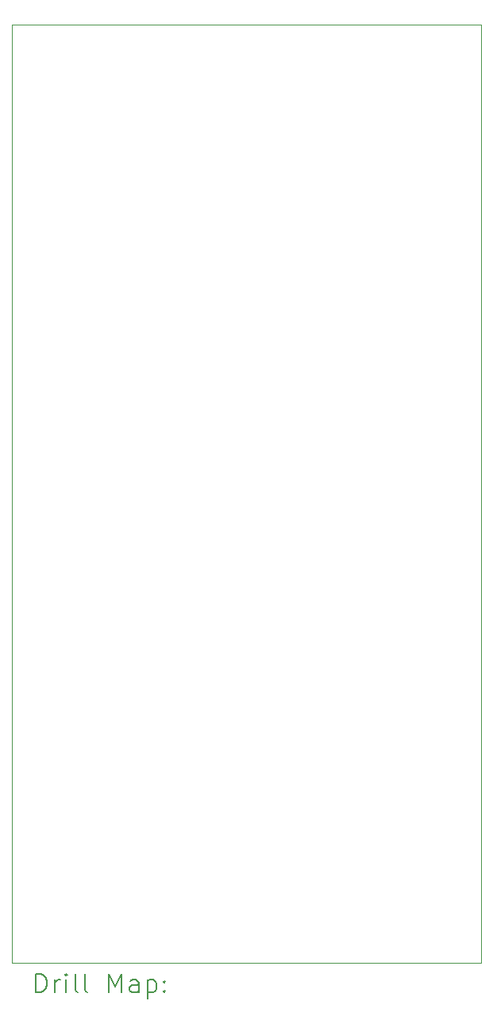
<source format=gbr>
%FSLAX45Y45*%
G04 Gerber Fmt 4.5, Leading zero omitted, Abs format (unit mm)*
G04 Created by KiCad (PCBNEW (6.0.2)) date 2022-04-27 22:08:43*
%MOMM*%
%LPD*%
G01*
G04 APERTURE LIST*
%TA.AperFunction,Profile*%
%ADD10C,0.100000*%
%TD*%
%ADD11C,0.200000*%
G04 APERTURE END LIST*
D10*
X8000000Y-4950000D02*
X8000000Y-14950000D01*
X8000000Y-14950000D02*
X3000000Y-14950000D01*
X3000000Y-4950000D02*
X8000000Y-4950000D01*
X3000000Y-14950000D02*
X3000000Y-4950000D01*
D11*
X3252619Y-15265476D02*
X3252619Y-15065476D01*
X3300238Y-15065476D01*
X3328809Y-15075000D01*
X3347857Y-15094048D01*
X3357381Y-15113095D01*
X3366905Y-15151190D01*
X3366905Y-15179762D01*
X3357381Y-15217857D01*
X3347857Y-15236905D01*
X3328809Y-15255952D01*
X3300238Y-15265476D01*
X3252619Y-15265476D01*
X3452619Y-15265476D02*
X3452619Y-15132143D01*
X3452619Y-15170238D02*
X3462143Y-15151190D01*
X3471667Y-15141667D01*
X3490714Y-15132143D01*
X3509762Y-15132143D01*
X3576428Y-15265476D02*
X3576428Y-15132143D01*
X3576428Y-15065476D02*
X3566905Y-15075000D01*
X3576428Y-15084524D01*
X3585952Y-15075000D01*
X3576428Y-15065476D01*
X3576428Y-15084524D01*
X3700238Y-15265476D02*
X3681190Y-15255952D01*
X3671667Y-15236905D01*
X3671667Y-15065476D01*
X3805000Y-15265476D02*
X3785952Y-15255952D01*
X3776428Y-15236905D01*
X3776428Y-15065476D01*
X4033571Y-15265476D02*
X4033571Y-15065476D01*
X4100238Y-15208333D01*
X4166905Y-15065476D01*
X4166905Y-15265476D01*
X4347857Y-15265476D02*
X4347857Y-15160714D01*
X4338333Y-15141667D01*
X4319286Y-15132143D01*
X4281190Y-15132143D01*
X4262143Y-15141667D01*
X4347857Y-15255952D02*
X4328810Y-15265476D01*
X4281190Y-15265476D01*
X4262143Y-15255952D01*
X4252619Y-15236905D01*
X4252619Y-15217857D01*
X4262143Y-15198809D01*
X4281190Y-15189286D01*
X4328810Y-15189286D01*
X4347857Y-15179762D01*
X4443095Y-15132143D02*
X4443095Y-15332143D01*
X4443095Y-15141667D02*
X4462143Y-15132143D01*
X4500238Y-15132143D01*
X4519286Y-15141667D01*
X4528810Y-15151190D01*
X4538333Y-15170238D01*
X4538333Y-15227381D01*
X4528810Y-15246428D01*
X4519286Y-15255952D01*
X4500238Y-15265476D01*
X4462143Y-15265476D01*
X4443095Y-15255952D01*
X4624048Y-15246428D02*
X4633571Y-15255952D01*
X4624048Y-15265476D01*
X4614524Y-15255952D01*
X4624048Y-15246428D01*
X4624048Y-15265476D01*
X4624048Y-15141667D02*
X4633571Y-15151190D01*
X4624048Y-15160714D01*
X4614524Y-15151190D01*
X4624048Y-15141667D01*
X4624048Y-15160714D01*
M02*

</source>
